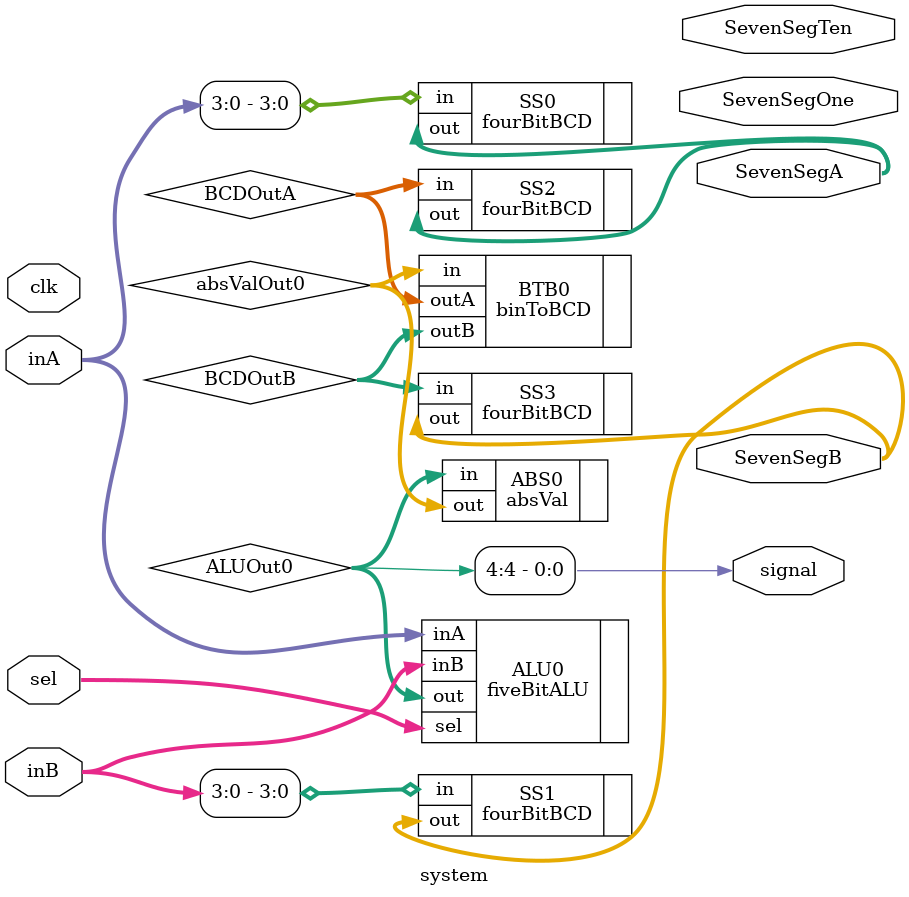
<source format=v>
module system(clk, inA, inB, sel, SevenSegA, SevenSegB, SevenSegOne, SevenSegTen, signal);
	
	input clk;
	input[4:0] inA, inB;
	input[2:0] sel;
	
	output[6:0]SevenSegA, SevenSegB, SevenSegOne, SevenSegTen;
	output signal;
	
	wire [4:0]ALUOut0;
	wire [3:0]absValOut0, BCDOutA, BCDOutB;
	
	fourBitBCD SS0(.in(inA[3:0]), .out(SevenSegA));
	fourBitBCD SS1(.in(inB[3:0]), .out(SevenSegB));
	
	fiveBitALU ALU0(.inA(inA), .inB(inB), .sel(sel), .out(ALUOut0));
	
	absVal ABS0(.in(ALUOut0), .out(absValOut0));
	
	assign signal=ALUOut0[4];
	
	binToBCD BTB0(.in(absValOut0), .outA(BCDOutA), .outB(BCDOutB));
	
	fourBitBCD SS2(.in(BCDOutA), .out(SevenSegA));
	fourBitBCD SS3(.in(BCDOutB), .out(SevenSegB));

endmodule
</source>
